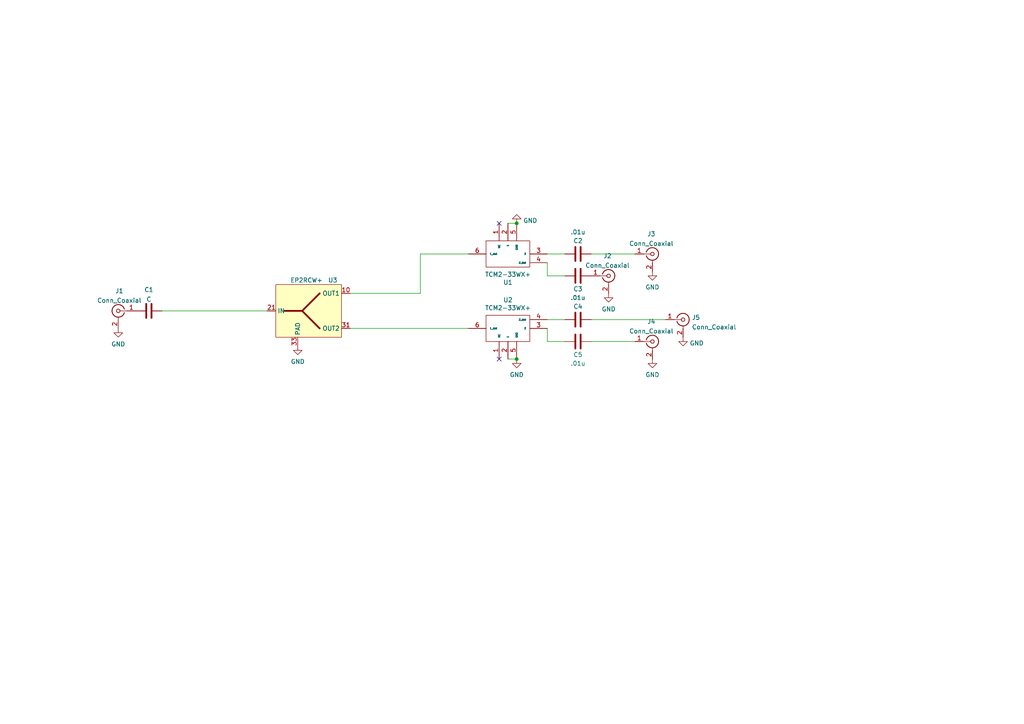
<source format=kicad_sch>
(kicad_sch (version 20211123) (generator eeschema)

  (uuid e63e39d7-6ac0-4ffd-8aa3-1841a4541b55)

  (paper "A4")

  (lib_symbols
    (symbol "Connector:Conn_Coaxial" (pin_names (offset 1.016) hide) (in_bom yes) (on_board yes)
      (property "Reference" "J" (id 0) (at 0.254 3.048 0)
        (effects (font (size 1.27 1.27)))
      )
      (property "Value" "Conn_Coaxial" (id 1) (at 2.921 0 90)
        (effects (font (size 1.27 1.27)))
      )
      (property "Footprint" "" (id 2) (at 0 0 0)
        (effects (font (size 1.27 1.27)) hide)
      )
      (property "Datasheet" " ~" (id 3) (at 0 0 0)
        (effects (font (size 1.27 1.27)) hide)
      )
      (property "ki_keywords" "BNC SMA SMB SMC LEMO coaxial connector CINCH RCA" (id 4) (at 0 0 0)
        (effects (font (size 1.27 1.27)) hide)
      )
      (property "ki_description" "coaxial connector (BNC, SMA, SMB, SMC, Cinch/RCA, LEMO, ...)" (id 5) (at 0 0 0)
        (effects (font (size 1.27 1.27)) hide)
      )
      (property "ki_fp_filters" "*BNC* *SMA* *SMB* *SMC* *Cinch* *LEMO*" (id 6) (at 0 0 0)
        (effects (font (size 1.27 1.27)) hide)
      )
      (symbol "Conn_Coaxial_0_1"
        (arc (start -1.778 -0.508) (mid 0.222 -1.808) (end 1.778 0)
          (stroke (width 0.254) (type default) (color 0 0 0 0))
          (fill (type none))
        )
        (polyline
          (pts
            (xy -2.54 0)
            (xy -0.508 0)
          )
          (stroke (width 0) (type default) (color 0 0 0 0))
          (fill (type none))
        )
        (polyline
          (pts
            (xy 0 -2.54)
            (xy 0 -1.778)
          )
          (stroke (width 0) (type default) (color 0 0 0 0))
          (fill (type none))
        )
        (circle (center 0 0) (radius 0.508)
          (stroke (width 0.2032) (type default) (color 0 0 0 0))
          (fill (type none))
        )
        (arc (start 1.778 0) (mid 0.222 1.8083) (end -1.778 0.508)
          (stroke (width 0.254) (type default) (color 0 0 0 0))
          (fill (type none))
        )
      )
      (symbol "Conn_Coaxial_1_1"
        (pin passive line (at -5.08 0 0) (length 2.54)
          (name "In" (effects (font (size 1.27 1.27))))
          (number "1" (effects (font (size 1.27 1.27))))
        )
        (pin passive line (at 0 -5.08 90) (length 2.54)
          (name "Ext" (effects (font (size 1.27 1.27))))
          (number "2" (effects (font (size 1.27 1.27))))
        )
      )
    )
    (symbol "Device:C" (pin_numbers hide) (pin_names (offset 0.254)) (in_bom yes) (on_board yes)
      (property "Reference" "C" (id 0) (at 0.635 2.54 0)
        (effects (font (size 1.27 1.27)) (justify left))
      )
      (property "Value" "C" (id 1) (at 0.635 -2.54 0)
        (effects (font (size 1.27 1.27)) (justify left))
      )
      (property "Footprint" "" (id 2) (at 0.9652 -3.81 0)
        (effects (font (size 1.27 1.27)) hide)
      )
      (property "Datasheet" "~" (id 3) (at 0 0 0)
        (effects (font (size 1.27 1.27)) hide)
      )
      (property "ki_keywords" "cap capacitor" (id 4) (at 0 0 0)
        (effects (font (size 1.27 1.27)) hide)
      )
      (property "ki_description" "Unpolarized capacitor" (id 5) (at 0 0 0)
        (effects (font (size 1.27 1.27)) hide)
      )
      (property "ki_fp_filters" "C_*" (id 6) (at 0 0 0)
        (effects (font (size 1.27 1.27)) hide)
      )
      (symbol "C_0_1"
        (polyline
          (pts
            (xy -2.032 -0.762)
            (xy 2.032 -0.762)
          )
          (stroke (width 0.508) (type default) (color 0 0 0 0))
          (fill (type none))
        )
        (polyline
          (pts
            (xy -2.032 0.762)
            (xy 2.032 0.762)
          )
          (stroke (width 0.508) (type default) (color 0 0 0 0))
          (fill (type none))
        )
      )
      (symbol "C_1_1"
        (pin passive line (at 0 3.81 270) (length 2.794)
          (name "~" (effects (font (size 1.27 1.27))))
          (number "1" (effects (font (size 1.27 1.27))))
        )
        (pin passive line (at 0 -3.81 90) (length 2.794)
          (name "~" (effects (font (size 1.27 1.27))))
          (number "2" (effects (font (size 1.27 1.27))))
        )
      )
    )
    (symbol "Power Splitter:EP2RCW" (in_bom yes) (on_board yes)
      (property "Reference" "U" (id 0) (at -6.35 8.89 0)
        (effects (font (size 1.27 1.27)))
      )
      (property "Value" "EP2RCW" (id 1) (at 6.35 8.89 0)
        (effects (font (size 1.27 1.27)))
      )
      (property "Footprint" "RF_Mini-Circuits:Mini-Circuits_QQQ130_LandPattern_PL-236_ClockwisePinNumbering" (id 2) (at 1.27 -35.56 0)
        (effects (font (size 1.27 1.27)) hide)
      )
      (property "Datasheet" "https://www.minicircuits.com/pdfs/LRPS-2-1.pdf" (id 3) (at 0 -33.02 0)
        (effects (font (size 1.27 1.27)) hide)
      )
      (property "Part Number" "EP2RCW+" (id 4) (at -6.35 -30.48 0)
        (effects (font (size 1.27 1.27)) hide)
      )
      (property "ki_keywords" "power splitter combiner" (id 5) (at 0 0 0)
        (effects (font (size 1.27 1.27)) hide)
      )
      (property "ki_description" "Power Splitter/Combiner, 5 to 500 MHz, 50 Ohm" (id 6) (at 0 0 0)
        (effects (font (size 1.27 1.27)) hide)
      )
      (property "ki_fp_filters" "Mini?Circuits*QQQ130*" (id 7) (at 0 0 0)
        (effects (font (size 1.27 1.27)) hide)
      )
      (symbol "EP2RCW_0_0"
        (pin passive line (at -1.27 -10.16 90) (length 2.54) hide
          (name "NC" (effects (font (size 1.27 1.27))))
          (number "1" (effects (font (size 1.27 1.27))))
        )
        (pin output line (at 13.97 5.08 180) (length 2.54)
          (name "OUT1" (effects (font (size 1.27 1.27))))
          (number "10" (effects (font (size 1.27 1.27))))
        )
        (pin passive line (at -1.27 -10.16 90) (length 2.54) hide
          (name "GND" (effects (font (size 1.27 1.27))))
          (number "11" (effects (font (size 1.27 1.27))))
        )
        (pin passive line (at -1.27 -10.16 90) (length 2.54) hide
          (name "NC" (effects (font (size 1.27 1.27))))
          (number "12" (effects (font (size 1.27 1.27))))
        )
        (pin passive line (at -1.27 -10.16 90) (length 2.54) hide
          (name "NC" (effects (font (size 1.27 1.27))))
          (number "13" (effects (font (size 1.27 1.27))))
        )
        (pin passive line (at -1.27 -10.16 90) (length 2.54) hide
          (name "NC" (effects (font (size 1.27 1.27))))
          (number "14" (effects (font (size 1.27 1.27))))
        )
        (pin passive line (at -1.27 -10.16 90) (length 2.54) hide
          (name "NC" (effects (font (size 1.27 1.27))))
          (number "15" (effects (font (size 1.27 1.27))))
        )
        (pin passive line (at -1.27 -10.16 90) (length 2.54) hide
          (name "NC" (effects (font (size 1.27 1.27))))
          (number "16" (effects (font (size 1.27 1.27))))
        )
        (pin passive line (at -1.27 -10.16 90) (length 2.54) hide
          (name "NC" (effects (font (size 1.27 1.27))))
          (number "17" (effects (font (size 1.27 1.27))))
        )
        (pin passive line (at -1.27 -10.16 90) (length 2.54) hide
          (name "NC" (effects (font (size 1.27 1.27))))
          (number "18" (effects (font (size 1.27 1.27))))
        )
        (pin passive line (at -1.27 -10.16 90) (length 2.54) hide
          (name "NC" (effects (font (size 1.27 1.27))))
          (number "19" (effects (font (size 1.27 1.27))))
        )
        (pin passive line (at -1.27 -10.16 90) (length 2.54) hide
          (name "NC" (effects (font (size 1.27 1.27))))
          (number "2" (effects (font (size 1.27 1.27))))
        )
        (pin passive line (at -1.27 -10.16 90) (length 2.54) hide
          (name "GND" (effects (font (size 1.27 1.27))))
          (number "20" (effects (font (size 1.27 1.27))))
        )
        (pin input line (at -10.16 0 0) (length 2.54)
          (name "IN" (effects (font (size 1.27 1.27))))
          (number "21" (effects (font (size 1.27 1.27))))
        )
        (pin passive line (at -1.27 -10.16 90) (length 2.54) hide
          (name "GND" (effects (font (size 1.27 1.27))))
          (number "22" (effects (font (size 1.27 1.27))))
        )
        (pin passive line (at -1.27 -10.16 90) (length 2.54) hide
          (name "NC" (effects (font (size 1.27 1.27))))
          (number "23" (effects (font (size 1.27 1.27))))
        )
        (pin passive line (at -1.27 -10.16 90) (length 2.54) hide
          (name "NC" (effects (font (size 1.27 1.27))))
          (number "24" (effects (font (size 1.27 1.27))))
        )
        (pin passive line (at -1.27 -10.16 90) (length 2.54) hide
          (name "NC" (effects (font (size 1.27 1.27))))
          (number "25" (effects (font (size 1.27 1.27))))
        )
        (pin passive line (at -1.27 -10.16 90) (length 2.54) hide
          (name "NC" (effects (font (size 1.27 1.27))))
          (number "26" (effects (font (size 1.27 1.27))))
        )
        (pin passive line (at -1.27 -10.16 90) (length 2.54) hide
          (name "NC" (effects (font (size 1.27 1.27))))
          (number "27" (effects (font (size 1.27 1.27))))
        )
        (pin passive line (at -1.27 -10.16 90) (length 2.54) hide
          (name "NC" (effects (font (size 1.27 1.27))))
          (number "28" (effects (font (size 1.27 1.27))))
        )
        (pin passive line (at -1.27 -10.16 90) (length 2.54) hide
          (name "NC" (effects (font (size 1.27 1.27))))
          (number "29" (effects (font (size 1.27 1.27))))
        )
        (pin passive line (at -1.27 -10.16 90) (length 2.54) hide
          (name "NC" (effects (font (size 1.27 1.27))))
          (number "3" (effects (font (size 1.27 1.27))))
        )
        (pin passive line (at -1.27 -10.16 90) (length 2.54) hide
          (name "GND" (effects (font (size 1.27 1.27))))
          (number "30" (effects (font (size 1.27 1.27))))
        )
        (pin output line (at 13.97 -5.08 180) (length 2.54)
          (name "OUT2" (effects (font (size 1.27 1.27))))
          (number "31" (effects (font (size 1.27 1.27))))
        )
        (pin passive line (at -1.27 -10.16 90) (length 2.54) hide
          (name "GND" (effects (font (size 1.27 1.27))))
          (number "32" (effects (font (size 1.27 1.27))))
        )
        (pin bidirectional line (at -1.27 -10.16 90) (length 2.54)
          (name "PAD" (effects (font (size 1.27 1.27))))
          (number "33" (effects (font (size 1.27 1.27))))
        )
        (pin passive line (at -1.27 -10.16 90) (length 2.54) hide
          (name "NC" (effects (font (size 1.27 1.27))))
          (number "4" (effects (font (size 1.27 1.27))))
        )
        (pin passive line (at -1.27 -10.16 90) (length 2.54) hide
          (name "NC" (effects (font (size 1.27 1.27))))
          (number "5" (effects (font (size 1.27 1.27))))
        )
        (pin passive line (at -1.27 -10.16 90) (length 2.54) hide
          (name "NC" (effects (font (size 1.27 1.27))))
          (number "6" (effects (font (size 1.27 1.27))))
        )
        (pin passive line (at -1.27 -10.16 90) (length 2.54) hide
          (name "NC" (effects (font (size 1.27 1.27))))
          (number "7" (effects (font (size 1.27 1.27))))
        )
        (pin passive line (at -1.27 -10.16 90) (length 2.54) hide
          (name "NC" (effects (font (size 1.27 1.27))))
          (number "8" (effects (font (size 1.27 1.27))))
        )
        (pin passive line (at -1.27 -10.16 90) (length 2.54) hide
          (name "GND" (effects (font (size 1.27 1.27))))
          (number "9" (effects (font (size 1.27 1.27))))
        )
      )
      (symbol "EP2RCW_0_1"
        (rectangle (start -7.62 -7.62) (end 11.43 7.62)
          (stroke (width 0) (type default) (color 0 0 0 0))
          (fill (type background))
        )
        (polyline
          (pts
            (xy 0 0)
            (xy 5.08 -5.08)
          )
          (stroke (width 0.508) (type default) (color 0 0 0 0))
          (fill (type none))
        )
        (polyline
          (pts
            (xy -5.08 0)
            (xy 0 0)
            (xy 5.08 5.08)
          )
          (stroke (width 0.508) (type default) (color 0 0 0 0))
          (fill (type none))
        )
      )
    )
    (symbol "local:TCM2-33WX+" (pin_names (offset 1.016)) (in_bom yes) (on_board yes)
      (property "Reference" "U" (id 0) (at 0 10.16 0)
        (effects (font (size 1.27 1.27)))
      )
      (property "Value" "TCM2-33WX+" (id 1) (at 0 12.7 0)
        (effects (font (size 1.27 1.27)))
      )
      (property "Footprint" "" (id 2) (at 0 10.16 0)
        (effects (font (size 1.27 1.27)) hide)
      )
      (property "Datasheet" "" (id 3) (at 0 10.16 0)
        (effects (font (size 1.27 1.27)) hide)
      )
      (symbol "TCM2-33WX+_0_0"
        (pin unspecified line (at 0 -8.89 90) (length 5.08)
          (name "1" (effects (font (size 0.508 0.508))))
          (number "2" (effects (font (size 1.27 1.27))))
        )
        (pin unspecified line (at 11.43 0 180) (length 5.08)
          (name "2" (effects (font (size 0.508 0.508))))
          (number "3" (effects (font (size 1.27 1.27))))
        )
        (pin unspecified line (at 11.43 2.54 180) (length 5.08)
          (name "2_dot" (effects (font (size 0.508 0.508))))
          (number "4" (effects (font (size 1.27 1.27))))
        )
        (pin unspecified line (at 2.54 -8.89 90) (length 5.08)
          (name "GND" (effects (font (size 0.508 0.508))))
          (number "5" (effects (font (size 1.27 1.27))))
        )
        (pin unspecified line (at -11.43 0 0) (length 5.08)
          (name "1_dot" (effects (font (size 0.508 0.508))))
          (number "6" (effects (font (size 1.27 1.27))))
        )
      )
      (symbol "TCM2-33WX+_0_1"
        (rectangle (start -6.35 3.81) (end 6.35 -3.81)
          (stroke (width 0) (type default) (color 0 0 0 0))
          (fill (type none))
        )
      )
      (symbol "TCM2-33WX+_1_1"
        (pin unspecified line (at -2.54 -8.89 90) (length 5.08)
          (name "NC" (effects (font (size 0.508 0.508))))
          (number "1" (effects (font (size 1.27 1.27))))
        )
      )
    )
    (symbol "power:GND" (power) (pin_names (offset 0)) (in_bom yes) (on_board yes)
      (property "Reference" "#PWR" (id 0) (at 0 -6.35 0)
        (effects (font (size 1.27 1.27)) hide)
      )
      (property "Value" "GND" (id 1) (at 0 -3.81 0)
        (effects (font (size 1.27 1.27)))
      )
      (property "Footprint" "" (id 2) (at 0 0 0)
        (effects (font (size 1.27 1.27)) hide)
      )
      (property "Datasheet" "" (id 3) (at 0 0 0)
        (effects (font (size 1.27 1.27)) hide)
      )
      (property "ki_keywords" "power-flag" (id 4) (at 0 0 0)
        (effects (font (size 1.27 1.27)) hide)
      )
      (property "ki_description" "Power symbol creates a global label with name \"GND\" , ground" (id 5) (at 0 0 0)
        (effects (font (size 1.27 1.27)) hide)
      )
      (symbol "GND_0_1"
        (polyline
          (pts
            (xy 0 0)
            (xy 0 -1.27)
            (xy 1.27 -1.27)
            (xy 0 -2.54)
            (xy -1.27 -1.27)
            (xy 0 -1.27)
          )
          (stroke (width 0) (type default) (color 0 0 0 0))
          (fill (type none))
        )
      )
      (symbol "GND_1_1"
        (pin power_in line (at 0 0 270) (length 0) hide
          (name "GND" (effects (font (size 1.27 1.27))))
          (number "1" (effects (font (size 1.27 1.27))))
        )
      )
    )
  )

  (junction (at 149.86 64.77) (diameter 0) (color 0 0 0 0)
    (uuid 6f3f400c-12b6-4cac-8658-1e65ac0e4793)
  )
  (junction (at 149.86 104.14) (diameter 0) (color 0 0 0 0)
    (uuid d47b21a4-cc0a-471a-8e14-7a2e091c2b4e)
  )

  (no_connect (at 144.78 104.14) (uuid 7761bd8b-4bf7-4bd6-baf1-fa77b16187da))
  (no_connect (at 144.78 64.77) (uuid 7761bd8b-4bf7-4bd6-baf1-fa77b16187db))

  (wire (pts (xy 158.75 95.25) (xy 158.75 99.06))
    (stroke (width 0) (type default) (color 0 0 0 0))
    (uuid 17f88190-02a7-453e-ac51-d3eb41ca24d3)
  )
  (wire (pts (xy 46.99 90.17) (xy 77.47 90.17))
    (stroke (width 0) (type default) (color 0 0 0 0))
    (uuid 1f74953d-4091-4e56-9b64-f264d7c8eead)
  )
  (wire (pts (xy 184.15 73.66) (xy 171.45 73.66))
    (stroke (width 0) (type default) (color 0 0 0 0))
    (uuid 32587055-e1ce-40d1-9516-b59a696d615f)
  )
  (wire (pts (xy 158.75 80.01) (xy 163.83 80.01))
    (stroke (width 0) (type default) (color 0 0 0 0))
    (uuid 3b81df87-bc78-4b13-89bf-3275748abab0)
  )
  (wire (pts (xy 147.32 64.77) (xy 149.86 64.77))
    (stroke (width 0) (type default) (color 0 0 0 0))
    (uuid 53f3e844-3c9f-43cc-833a-5bb2c86d92ce)
  )
  (wire (pts (xy 121.92 85.09) (xy 101.6 85.09))
    (stroke (width 0) (type default) (color 0 0 0 0))
    (uuid 5ed79fe1-0b4a-4dde-a5c0-2d0c9ba33171)
  )
  (wire (pts (xy 158.75 99.06) (xy 163.83 99.06))
    (stroke (width 0) (type default) (color 0 0 0 0))
    (uuid 7c8914de-c925-4075-b5b8-1ed116b0d291)
  )
  (wire (pts (xy 171.45 99.06) (xy 184.15 99.06))
    (stroke (width 0) (type default) (color 0 0 0 0))
    (uuid 899728ad-e826-413a-b33b-b91e91bac565)
  )
  (wire (pts (xy 147.32 104.14) (xy 149.86 104.14))
    (stroke (width 0) (type default) (color 0 0 0 0))
    (uuid a2a4fdd3-591d-4c30-841e-fe463f3229b1)
  )
  (wire (pts (xy 171.45 92.71) (xy 193.04 92.71))
    (stroke (width 0) (type default) (color 0 0 0 0))
    (uuid bba4416b-5f09-4c9d-ab4b-4101444090cf)
  )
  (wire (pts (xy 158.75 76.2) (xy 158.75 80.01))
    (stroke (width 0) (type default) (color 0 0 0 0))
    (uuid c40e4e6f-153c-46f3-a524-7b684c0af251)
  )
  (wire (pts (xy 121.92 73.66) (xy 135.89 73.66))
    (stroke (width 0) (type default) (color 0 0 0 0))
    (uuid c8b14190-fb97-43d0-945e-94941444a0f3)
  )
  (wire (pts (xy 101.6 95.25) (xy 135.89 95.25))
    (stroke (width 0) (type default) (color 0 0 0 0))
    (uuid c91af2de-c914-4fd3-97c2-839e6e911ed7)
  )
  (wire (pts (xy 121.92 73.66) (xy 121.92 85.09))
    (stroke (width 0) (type default) (color 0 0 0 0))
    (uuid d435abcf-325e-4028-b343-e884a3336cd9)
  )
  (wire (pts (xy 158.75 73.66) (xy 163.83 73.66))
    (stroke (width 0) (type default) (color 0 0 0 0))
    (uuid f23d5b52-2046-4612-88da-619d8230a722)
  )
  (wire (pts (xy 158.75 92.71) (xy 163.83 92.71))
    (stroke (width 0) (type default) (color 0 0 0 0))
    (uuid f5630be0-c5e7-45d1-aad5-42ad54cd86ab)
  )

  (symbol (lib_id "Connector:Conn_Coaxial") (at 34.29 90.17 0) (mirror y) (unit 1)
    (in_bom yes) (on_board yes) (fields_autoplaced)
    (uuid 1fa508ef-df83-4c99-846b-9acf535b3ad9)
    (property "Reference" "J1" (id 0) (at 34.6074 84.3769 0))
    (property "Value" "Conn_Coaxial" (id 1) (at 34.6074 87.152 0))
    (property "Footprint" "Connector_Coaxial:SMA_Amphenol_132289_EdgeMount" (id 2) (at 34.29 90.17 0)
      (effects (font (size 1.27 1.27)) hide)
    )
    (property "Datasheet" " ~" (id 3) (at 34.29 90.17 0)
      (effects (font (size 1.27 1.27)) hide)
    )
    (pin "1" (uuid 61fe4c73-be59-4519-98f1-a634322a841d))
    (pin "2" (uuid e5864fe6-2a71-47f0-90ce-38c3f8901580))
  )

  (symbol (lib_id "Power Splitter:EP2RCW") (at 87.63 90.17 0) (unit 1)
    (in_bom yes) (on_board yes)
    (uuid 4adc3b23-4dc8-43e1-917a-b43db5f55a49)
    (property "Reference" "U3" (id 0) (at 96.52 81.28 0))
    (property "Value" "EP2RCW+" (id 1) (at 88.9 81.28 0))
    (property "Footprint" "RF_Mini-Circuits:Mini-Circuits_QQQ130_LandPattern_PL-236_ClockwisePinNumbering" (id 2) (at 88.9 125.73 0)
      (effects (font (size 1.27 1.27)) hide)
    )
    (property "Datasheet" "https://www.minicircuits.com/pdfs/LRPS-2-1.pdf" (id 3) (at 87.63 123.19 0)
      (effects (font (size 1.27 1.27)) hide)
    )
    (property "Part Number" "EP2RCW+" (id 4) (at 81.28 120.65 0)
      (effects (font (size 1.27 1.27)) hide)
    )
    (property "Link" "https://www.mouser.com/ProductDetail/Mini-Circuits/EP2RCW%2b?qs=7MVldsJ5UawdT%252BMSbph5ew%3D%3D" (id 5) (at 87.63 90.17 90)
      (effects (font (size 1.27 1.27)) hide)
    )
    (pin "1" (uuid 260e47f6-51b8-4e76-bd94-43dcf939c0f8))
    (pin "10" (uuid 05b20b7b-ba04-48e8-b3d7-2862042d35c7))
    (pin "11" (uuid 1ce5279c-f97d-4bbb-8c0f-4bd13d1197b0))
    (pin "12" (uuid b39b0dfc-66c0-49b9-b2ae-1bb0d9863bf6))
    (pin "13" (uuid a16ab27c-9466-4238-ac8f-dd04dffc4caf))
    (pin "14" (uuid 3c4dfa27-dfc8-4b58-998e-3f11a84e2448))
    (pin "15" (uuid 3c75b3fc-6bed-4f5a-8b8b-a19edbefb6d7))
    (pin "16" (uuid c858d998-ecb9-4f5d-95fc-4d815561f7a5))
    (pin "17" (uuid 4fc2d07c-b9f8-46e0-a9ac-6fb2ee811a8a))
    (pin "18" (uuid b8e43609-868b-42da-a174-d0cebb18c9bb))
    (pin "19" (uuid d6e731ad-ba67-4f9d-a7ec-fca00b6a811e))
    (pin "2" (uuid a56ededa-5743-4556-a921-e79cf1eac807))
    (pin "20" (uuid da256af2-ba84-4c46-9108-5d328509b22d))
    (pin "21" (uuid 6b49a791-3f2e-49f6-8932-34a447491ebe))
    (pin "22" (uuid 108644ae-cf66-4553-a46c-2eb4939ab039))
    (pin "23" (uuid 57f05c1f-2b24-4cb5-adf4-2024fee53425))
    (pin "24" (uuid 0045b2e3-b6f7-4de3-b704-c78cde3edda8))
    (pin "25" (uuid 9a252ba1-513c-4f41-8ba6-2ae68a83fbbf))
    (pin "26" (uuid c04bf164-fde4-4909-9172-6fbce564fc22))
    (pin "27" (uuid aaaeeb32-b21a-4e90-9655-9101ef0ea47e))
    (pin "28" (uuid 01264a93-0da7-4160-a9a7-a8a5683e84fa))
    (pin "29" (uuid cecb8915-7638-450b-82c2-969c4a46df05))
    (pin "3" (uuid 56ddf23b-0028-433d-acef-4af6e16e226c))
    (pin "30" (uuid 10060904-ddc9-46a8-be14-efbdf2510f54))
    (pin "31" (uuid 377577a9-f6e4-445e-b371-3be858bf0330))
    (pin "32" (uuid 569ab698-9174-4e97-a6b6-13467380e776))
    (pin "33" (uuid f0561a87-ae0a-4fde-b32d-224dd7780e1e))
    (pin "4" (uuid 74501704-abfd-4e0a-aa1e-58f0b17f3ef1))
    (pin "5" (uuid b60a8c17-ed14-43dd-aaa8-312c8996db2f))
    (pin "6" (uuid 721275c8-82e6-45c0-b719-7acb1ef538d7))
    (pin "7" (uuid 4fea75fe-d593-4b14-abed-706fd63aef58))
    (pin "8" (uuid de5ab147-122b-40e0-92a8-4e95ada1f595))
    (pin "9" (uuid eede8714-2109-462d-9afc-27762d841f8d))
  )

  (symbol (lib_id "power:GND") (at 176.53 85.09 0) (mirror y) (unit 1)
    (in_bom yes) (on_board yes) (fields_autoplaced)
    (uuid 4ca1fd86-0286-40ce-9029-db3f9a7bc6b4)
    (property "Reference" "#PWR04" (id 0) (at 176.53 91.44 0)
      (effects (font (size 1.27 1.27)) hide)
    )
    (property "Value" "GND" (id 1) (at 176.53 89.6525 0))
    (property "Footprint" "" (id 2) (at 176.53 85.09 0)
      (effects (font (size 1.27 1.27)) hide)
    )
    (property "Datasheet" "" (id 3) (at 176.53 85.09 0)
      (effects (font (size 1.27 1.27)) hide)
    )
    (pin "1" (uuid d034236d-cd21-40ab-b41e-ace768cfc96a))
  )

  (symbol (lib_id "power:GND") (at 34.29 95.25 0) (unit 1)
    (in_bom yes) (on_board yes) (fields_autoplaced)
    (uuid 4d725420-6af4-4f2b-9b32-47e2bcd9fca1)
    (property "Reference" "#PWR01" (id 0) (at 34.29 101.6 0)
      (effects (font (size 1.27 1.27)) hide)
    )
    (property "Value" "GND" (id 1) (at 34.29 99.8125 0))
    (property "Footprint" "" (id 2) (at 34.29 95.25 0)
      (effects (font (size 1.27 1.27)) hide)
    )
    (property "Datasheet" "" (id 3) (at 34.29 95.25 0)
      (effects (font (size 1.27 1.27)) hide)
    )
    (pin "1" (uuid 1aeddff5-502e-4ac0-9b06-6c6acb30e983))
  )

  (symbol (lib_id "power:GND") (at 198.12 97.79 0) (unit 1)
    (in_bom yes) (on_board yes) (fields_autoplaced)
    (uuid 5cdf0a87-2145-4d85-9b51-17e0a03072ac)
    (property "Reference" "#PWR07" (id 0) (at 198.12 104.14 0)
      (effects (font (size 1.27 1.27)) hide)
    )
    (property "Value" "GND" (id 1) (at 200.025 99.539 0)
      (effects (font (size 1.27 1.27)) (justify left))
    )
    (property "Footprint" "" (id 2) (at 198.12 97.79 0)
      (effects (font (size 1.27 1.27)) hide)
    )
    (property "Datasheet" "" (id 3) (at 198.12 97.79 0)
      (effects (font (size 1.27 1.27)) hide)
    )
    (pin "1" (uuid 85bf8be4-17c6-4717-9538-2c5e21476a7d))
  )

  (symbol (lib_id "Connector:Conn_Coaxial") (at 198.12 92.71 0) (unit 1)
    (in_bom yes) (on_board yes) (fields_autoplaced)
    (uuid 5e5eb6c0-297d-448e-a2b8-85b9decbdd7e)
    (property "Reference" "J5" (id 0) (at 200.66 92.0947 0)
      (effects (font (size 1.27 1.27)) (justify left))
    )
    (property "Value" "Conn_Coaxial" (id 1) (at 200.66 94.8698 0)
      (effects (font (size 1.27 1.27)) (justify left))
    )
    (property "Footprint" "Connector_Coaxial:SMA_Amphenol_132289_EdgeMount" (id 2) (at 198.12 92.71 0)
      (effects (font (size 1.27 1.27)) hide)
    )
    (property "Datasheet" " ~" (id 3) (at 198.12 92.71 0)
      (effects (font (size 1.27 1.27)) hide)
    )
    (pin "1" (uuid 7d2b27ae-1d15-4cb7-bfcd-9f11697ef844))
    (pin "2" (uuid c5b2044d-4451-4b6e-8209-3d1472cc86be))
  )

  (symbol (lib_id "Device:C") (at 167.64 73.66 90) (unit 1)
    (in_bom yes) (on_board yes)
    (uuid 5fa72ed7-ec8c-4ac2-a6e0-52d4d5626877)
    (property "Reference" "C2" (id 0) (at 167.64 69.85 90))
    (property "Value" ".01u" (id 1) (at 167.64 67.31 90))
    (property "Footprint" "Capacitor_SMD:C_0402_1005Metric" (id 2) (at 171.45 72.6948 0)
      (effects (font (size 1.27 1.27)) hide)
    )
    (property "Datasheet" "~" (id 3) (at 167.64 73.66 0)
      (effects (font (size 1.27 1.27)) hide)
    )
    (pin "1" (uuid 89e55abc-0aee-4d27-a8f6-0a8654d804c1))
    (pin "2" (uuid 107fe7c5-84ae-442d-9ac6-a07c7ee8c825))
  )

  (symbol (lib_id "Connector:Conn_Coaxial") (at 176.53 80.01 0) (unit 1)
    (in_bom yes) (on_board yes) (fields_autoplaced)
    (uuid 63505e20-4548-40b2-aa7a-c7dda6139bed)
    (property "Reference" "J2" (id 0) (at 176.2126 74.2169 0))
    (property "Value" "Conn_Coaxial" (id 1) (at 176.2126 76.992 0))
    (property "Footprint" "Connector_Coaxial:SMA_Amphenol_132289_EdgeMount" (id 2) (at 176.53 80.01 0)
      (effects (font (size 1.27 1.27)) hide)
    )
    (property "Datasheet" " ~" (id 3) (at 176.53 80.01 0)
      (effects (font (size 1.27 1.27)) hide)
    )
    (pin "1" (uuid 26696a21-716d-4768-aeea-2d395c32f749))
    (pin "2" (uuid f723f77a-ea59-4e49-8c54-4ea2105fa35a))
  )

  (symbol (lib_id "power:GND") (at 189.23 78.74 0) (mirror y) (unit 1)
    (in_bom yes) (on_board yes) (fields_autoplaced)
    (uuid 739fce61-0f15-47b2-a148-f22afe03c9fc)
    (property "Reference" "#PWR05" (id 0) (at 189.23 85.09 0)
      (effects (font (size 1.27 1.27)) hide)
    )
    (property "Value" "GND" (id 1) (at 189.23 83.3025 0))
    (property "Footprint" "" (id 2) (at 189.23 78.74 0)
      (effects (font (size 1.27 1.27)) hide)
    )
    (property "Datasheet" "" (id 3) (at 189.23 78.74 0)
      (effects (font (size 1.27 1.27)) hide)
    )
    (pin "1" (uuid 58dadefd-36b7-4d31-ab73-8aad1b0af726))
  )

  (symbol (lib_id "local:TCM2-33WX+") (at 147.32 73.66 0) (mirror x) (unit 1)
    (in_bom yes) (on_board yes)
    (uuid 75990a9c-a466-42ea-b704-a1b564052f8c)
    (property "Reference" "U1" (id 0) (at 147.32 81.915 0))
    (property "Value" "TCM2-33WX+" (id 1) (at 147.32 79.6036 0))
    (property "Footprint" "RF_Mini-Circuits:TCM2-33WX+" (id 2) (at 147.32 83.82 0)
      (effects (font (size 1.27 1.27)) hide)
    )
    (property "Datasheet" "https://www.minicircuits.com/WebStore/dashboard.html?model=TCM2-33WX%2B" (id 3) (at 147.32 83.82 0)
      (effects (font (size 1.27 1.27)) hide)
    )
    (pin "2" (uuid 68f7e376-0e30-4699-a761-295d29781a5f))
    (pin "3" (uuid 691fdcfe-a6e4-4b14-9767-675501b057aa))
    (pin "4" (uuid a92dab69-113e-43e5-832e-2584b32dd031))
    (pin "5" (uuid 1e4f7d4e-aecf-4032-a73e-20a3eac0ac93))
    (pin "6" (uuid 36c2acb4-4c27-4d29-8c99-f6d715d0d9b0))
    (pin "1" (uuid 0078fbf2-0b7f-48a6-acee-5c58b07fba98))
  )

  (symbol (lib_id "local:TCM2-33WX+") (at 147.32 95.25 0) (unit 1)
    (in_bom yes) (on_board yes)
    (uuid 7d935433-23a4-4a5b-b4b9-283e3ee03f82)
    (property "Reference" "U2" (id 0) (at 147.32 86.995 0))
    (property "Value" "TCM2-33WX+" (id 1) (at 147.32 89.3064 0))
    (property "Footprint" "RF_Mini-Circuits:TCM2-33WX+" (id 2) (at 147.32 85.09 0)
      (effects (font (size 1.27 1.27)) hide)
    )
    (property "Datasheet" "https://www.minicircuits.com/WebStore/dashboard.html?model=TCM2-33WX%2B" (id 3) (at 147.32 85.09 0)
      (effects (font (size 1.27 1.27)) hide)
    )
    (pin "2" (uuid 6b27399d-223b-41fb-9007-53e3051952f2))
    (pin "3" (uuid 6ee7801d-5e88-4183-a12b-f744d6876270))
    (pin "4" (uuid 4de6fca9-f41d-41b5-95d4-51712492148d))
    (pin "5" (uuid 52d08b8a-4d4d-40e3-b818-60b6590ccd50))
    (pin "6" (uuid c813a16d-a104-49e7-a8c5-8491d84630a5))
    (pin "1" (uuid f08068ca-f3ac-4990-b679-9d2b1bceb1c9))
  )

  (symbol (lib_id "Connector:Conn_Coaxial") (at 189.23 73.66 0) (unit 1)
    (in_bom yes) (on_board yes) (fields_autoplaced)
    (uuid 8c82f62c-1e87-4e82-8b34-31dfa7b9773d)
    (property "Reference" "J3" (id 0) (at 188.9126 67.8669 0))
    (property "Value" "Conn_Coaxial" (id 1) (at 188.9126 70.642 0))
    (property "Footprint" "Connector_Coaxial:SMA_Amphenol_132289_EdgeMount" (id 2) (at 189.23 73.66 0)
      (effects (font (size 1.27 1.27)) hide)
    )
    (property "Datasheet" " ~" (id 3) (at 189.23 73.66 0)
      (effects (font (size 1.27 1.27)) hide)
    )
    (pin "1" (uuid a97bdb0e-50dc-4d4d-8696-24878fed2a66))
    (pin "2" (uuid ed87fcd5-aa56-419d-9a21-93384bd032fe))
  )

  (symbol (lib_id "Device:C") (at 167.64 99.06 90) (mirror x) (unit 1)
    (in_bom yes) (on_board yes)
    (uuid 93258687-374e-4d80-b321-78476722f4e8)
    (property "Reference" "C5" (id 0) (at 167.64 102.87 90))
    (property "Value" ".01u" (id 1) (at 167.64 105.41 90))
    (property "Footprint" "Capacitor_SMD:C_0402_1005Metric" (id 2) (at 171.45 100.0252 0)
      (effects (font (size 1.27 1.27)) hide)
    )
    (property "Datasheet" "~" (id 3) (at 167.64 99.06 0)
      (effects (font (size 1.27 1.27)) hide)
    )
    (pin "1" (uuid bf7daa5a-162d-41b0-92af-520042c4e443))
    (pin "2" (uuid f4219519-e74f-413c-a5f2-e3c4d31af55c))
  )

  (symbol (lib_id "power:GND") (at 189.23 104.14 0) (mirror y) (unit 1)
    (in_bom yes) (on_board yes) (fields_autoplaced)
    (uuid a4fe8ebc-3e09-49f3-a6c7-2674382320e6)
    (property "Reference" "#PWR06" (id 0) (at 189.23 110.49 0)
      (effects (font (size 1.27 1.27)) hide)
    )
    (property "Value" "GND" (id 1) (at 189.23 108.7025 0))
    (property "Footprint" "" (id 2) (at 189.23 104.14 0)
      (effects (font (size 1.27 1.27)) hide)
    )
    (property "Datasheet" "" (id 3) (at 189.23 104.14 0)
      (effects (font (size 1.27 1.27)) hide)
    )
    (pin "1" (uuid f11499c3-ea86-4194-b894-9662c111a299))
  )

  (symbol (lib_id "power:GND") (at 86.36 100.33 0) (mirror y) (unit 1)
    (in_bom yes) (on_board yes) (fields_autoplaced)
    (uuid afc0baca-f312-432e-a9ff-002564fdbca1)
    (property "Reference" "#PWR0102" (id 0) (at 86.36 106.68 0)
      (effects (font (size 1.27 1.27)) hide)
    )
    (property "Value" "GND" (id 1) (at 86.36 104.8925 0))
    (property "Footprint" "" (id 2) (at 86.36 100.33 0)
      (effects (font (size 1.27 1.27)) hide)
    )
    (property "Datasheet" "" (id 3) (at 86.36 100.33 0)
      (effects (font (size 1.27 1.27)) hide)
    )
    (pin "1" (uuid df2a46e4-6bb2-4671-a30a-fd446ae01b7e))
  )

  (symbol (lib_id "Device:C") (at 167.64 92.71 90) (unit 1)
    (in_bom yes) (on_board yes)
    (uuid c771017d-3843-42c4-acd8-c81b0967ee88)
    (property "Reference" "C4" (id 0) (at 167.64 88.9 90))
    (property "Value" ".01u" (id 1) (at 167.64 86.36 90))
    (property "Footprint" "Capacitor_SMD:C_0402_1005Metric" (id 2) (at 171.45 91.7448 0)
      (effects (font (size 1.27 1.27)) hide)
    )
    (property "Datasheet" "~" (id 3) (at 167.64 92.71 0)
      (effects (font (size 1.27 1.27)) hide)
    )
    (pin "1" (uuid e1c00763-6d62-4a56-9000-ca15936cb937))
    (pin "2" (uuid 9274d611-1658-4c8c-9826-48d4571af87b))
  )

  (symbol (lib_id "Connector:Conn_Coaxial") (at 189.23 99.06 0) (unit 1)
    (in_bom yes) (on_board yes) (fields_autoplaced)
    (uuid c7ed33d5-9cd4-4cc8-a93e-4a0fbbe85dd3)
    (property "Reference" "J4" (id 0) (at 188.9126 93.2669 0))
    (property "Value" "Conn_Coaxial" (id 1) (at 188.9126 96.042 0))
    (property "Footprint" "Connector_Coaxial:SMA_Amphenol_132289_EdgeMount" (id 2) (at 189.23 99.06 0)
      (effects (font (size 1.27 1.27)) hide)
    )
    (property "Datasheet" " ~" (id 3) (at 189.23 99.06 0)
      (effects (font (size 1.27 1.27)) hide)
    )
    (pin "1" (uuid 4471df35-bc6e-42a6-9513-e30fd164712d))
    (pin "2" (uuid 9c29d4b1-c4fc-4b12-9673-0ba0128fcc82))
  )

  (symbol (lib_id "power:GND") (at 149.86 64.77 180) (unit 1)
    (in_bom yes) (on_board yes) (fields_autoplaced)
    (uuid c9e04111-2d42-4d60-9193-619fcee5c5ef)
    (property "Reference" "#PWR02" (id 0) (at 149.86 58.42 0)
      (effects (font (size 1.27 1.27)) hide)
    )
    (property "Value" "GND" (id 1) (at 151.765 63.979 0)
      (effects (font (size 1.27 1.27)) (justify right))
    )
    (property "Footprint" "" (id 2) (at 149.86 64.77 0)
      (effects (font (size 1.27 1.27)) hide)
    )
    (property "Datasheet" "" (id 3) (at 149.86 64.77 0)
      (effects (font (size 1.27 1.27)) hide)
    )
    (pin "1" (uuid 596997e0-0f64-4335-9c9b-75e9e2d0780c))
  )

  (symbol (lib_id "Device:C") (at 167.64 80.01 90) (mirror x) (unit 1)
    (in_bom yes) (on_board yes)
    (uuid d462d3d3-f72d-4da5-ba63-9581787e3cbc)
    (property "Reference" "C3" (id 0) (at 167.64 83.82 90))
    (property "Value" ".01u" (id 1) (at 167.64 86.36 90))
    (property "Footprint" "Capacitor_SMD:C_0402_1005Metric" (id 2) (at 171.45 80.9752 0)
      (effects (font (size 1.27 1.27)) hide)
    )
    (property "Datasheet" "~" (id 3) (at 167.64 80.01 0)
      (effects (font (size 1.27 1.27)) hide)
    )
    (pin "1" (uuid 73a6877f-e142-4c8a-9931-2019ad27bde0))
    (pin "2" (uuid da72a49f-1d98-4ec6-a8da-2d113d494eac))
  )

  (symbol (lib_id "Device:C") (at 43.18 90.17 90) (unit 1)
    (in_bom yes) (on_board yes) (fields_autoplaced)
    (uuid eb978cc2-8d10-4806-86dd-9b56521bf4c2)
    (property "Reference" "C1" (id 0) (at 43.18 84.0445 90))
    (property "Value" "C" (id 1) (at 43.18 86.8196 90))
    (property "Footprint" "Capacitor_SMD:C_0402_1005Metric" (id 2) (at 46.99 89.2048 0)
      (effects (font (size 1.27 1.27)) hide)
    )
    (property "Datasheet" "~" (id 3) (at 43.18 90.17 0)
      (effects (font (size 1.27 1.27)) hide)
    )
    (pin "1" (uuid 7f45798e-0d3f-4919-97c6-8fa3d19cfcf4))
    (pin "2" (uuid a67d273f-44ca-4bba-a25c-9743db51238e))
  )

  (symbol (lib_id "power:GND") (at 149.86 104.14 0) (unit 1)
    (in_bom yes) (on_board yes) (fields_autoplaced)
    (uuid f47ccbb0-eb4b-4323-a192-846065be22d2)
    (property "Reference" "#PWR03" (id 0) (at 149.86 110.49 0)
      (effects (font (size 1.27 1.27)) hide)
    )
    (property "Value" "GND" (id 1) (at 149.86 108.7025 0))
    (property "Footprint" "" (id 2) (at 149.86 104.14 0)
      (effects (font (size 1.27 1.27)) hide)
    )
    (property "Datasheet" "" (id 3) (at 149.86 104.14 0)
      (effects (font (size 1.27 1.27)) hide)
    )
    (pin "1" (uuid 6068f00f-35cd-42c7-92c6-9b55c65cf299))
  )

  (sheet_instances
    (path "/" (page "1"))
  )

  (symbol_instances
    (path "/4d725420-6af4-4f2b-9b32-47e2bcd9fca1"
      (reference "#PWR01") (unit 1) (value "GND") (footprint "")
    )
    (path "/c9e04111-2d42-4d60-9193-619fcee5c5ef"
      (reference "#PWR02") (unit 1) (value "GND") (footprint "")
    )
    (path "/f47ccbb0-eb4b-4323-a192-846065be22d2"
      (reference "#PWR03") (unit 1) (value "GND") (footprint "")
    )
    (path "/4ca1fd86-0286-40ce-9029-db3f9a7bc6b4"
      (reference "#PWR04") (unit 1) (value "GND") (footprint "")
    )
    (path "/739fce61-0f15-47b2-a148-f22afe03c9fc"
      (reference "#PWR05") (unit 1) (value "GND") (footprint "")
    )
    (path "/a4fe8ebc-3e09-49f3-a6c7-2674382320e6"
      (reference "#PWR06") (unit 1) (value "GND") (footprint "")
    )
    (path "/5cdf0a87-2145-4d85-9b51-17e0a03072ac"
      (reference "#PWR07") (unit 1) (value "GND") (footprint "")
    )
    (path "/afc0baca-f312-432e-a9ff-002564fdbca1"
      (reference "#PWR0102") (unit 1) (value "GND") (footprint "")
    )
    (path "/eb978cc2-8d10-4806-86dd-9b56521bf4c2"
      (reference "C1") (unit 1) (value "C") (footprint "Capacitor_SMD:C_0402_1005Metric")
    )
    (path "/5fa72ed7-ec8c-4ac2-a6e0-52d4d5626877"
      (reference "C2") (unit 1) (value ".01u") (footprint "Capacitor_SMD:C_0402_1005Metric")
    )
    (path "/d462d3d3-f72d-4da5-ba63-9581787e3cbc"
      (reference "C3") (unit 1) (value ".01u") (footprint "Capacitor_SMD:C_0402_1005Metric")
    )
    (path "/c771017d-3843-42c4-acd8-c81b0967ee88"
      (reference "C4") (unit 1) (value ".01u") (footprint "Capacitor_SMD:C_0402_1005Metric")
    )
    (path "/93258687-374e-4d80-b321-78476722f4e8"
      (reference "C5") (unit 1) (value ".01u") (footprint "Capacitor_SMD:C_0402_1005Metric")
    )
    (path "/1fa508ef-df83-4c99-846b-9acf535b3ad9"
      (reference "J1") (unit 1) (value "Conn_Coaxial") (footprint "Connector_Coaxial:SMA_Amphenol_132289_EdgeMount")
    )
    (path "/63505e20-4548-40b2-aa7a-c7dda6139bed"
      (reference "J2") (unit 1) (value "Conn_Coaxial") (footprint "Connector_Coaxial:SMA_Amphenol_132289_EdgeMount")
    )
    (path "/8c82f62c-1e87-4e82-8b34-31dfa7b9773d"
      (reference "J3") (unit 1) (value "Conn_Coaxial") (footprint "Connector_Coaxial:SMA_Amphenol_132289_EdgeMount")
    )
    (path "/c7ed33d5-9cd4-4cc8-a93e-4a0fbbe85dd3"
      (reference "J4") (unit 1) (value "Conn_Coaxial") (footprint "Connector_Coaxial:SMA_Amphenol_132289_EdgeMount")
    )
    (path "/5e5eb6c0-297d-448e-a2b8-85b9decbdd7e"
      (reference "J5") (unit 1) (value "Conn_Coaxial") (footprint "Connector_Coaxial:SMA_Amphenol_132289_EdgeMount")
    )
    (path "/75990a9c-a466-42ea-b704-a1b564052f8c"
      (reference "U1") (unit 1) (value "TCM2-33WX+") (footprint "RF_Mini-Circuits:TCM2-33WX+")
    )
    (path "/7d935433-23a4-4a5b-b4b9-283e3ee03f82"
      (reference "U2") (unit 1) (value "TCM2-33WX+") (footprint "RF_Mini-Circuits:TCM2-33WX+")
    )
    (path "/4adc3b23-4dc8-43e1-917a-b43db5f55a49"
      (reference "U3") (unit 1) (value "EP2RCW+") (footprint "RF_Mini-Circuits:Mini-Circuits_QQQ130_LandPattern_PL-236_ClockwisePinNumbering")
    )
  )
)

</source>
